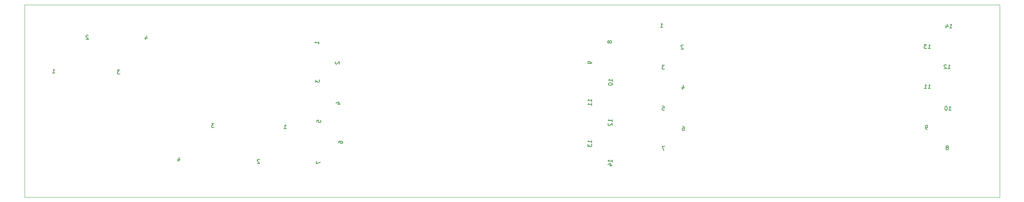
<source format=gbo>
G04 #@! TF.GenerationSoftware,KiCad,Pcbnew,(5.1.2)-2*
G04 #@! TF.CreationDate,2019-07-29T12:19:19-07:00*
G04 #@! TF.ProjectId,Pixel Connector Test Board,50697865-6c20-4436-9f6e-6e6563746f72,rev?*
G04 #@! TF.SameCoordinates,Original*
G04 #@! TF.FileFunction,Legend,Bot*
G04 #@! TF.FilePolarity,Positive*
%FSLAX46Y46*%
G04 Gerber Fmt 4.6, Leading zero omitted, Abs format (unit mm)*
G04 Created by KiCad (PCBNEW (5.1.2)-2) date 2019-07-29 12:19:19*
%MOMM*%
%LPD*%
G04 APERTURE LIST*
%ADD10C,0.150000*%
%ADD11C,0.050000*%
G04 APERTURE END LIST*
D10*
X241090476Y-17852380D02*
X241661904Y-17852380D01*
X241376190Y-17852380D02*
X241376190Y-16852380D01*
X241471428Y-16995238D01*
X241566666Y-17090476D01*
X241661904Y-17138095D01*
X240233333Y-17185714D02*
X240233333Y-17852380D01*
X240471428Y-16804761D02*
X240709523Y-17519047D01*
X240090476Y-17519047D01*
X235790476Y-22952380D02*
X236361904Y-22952380D01*
X236076190Y-22952380D02*
X236076190Y-21952380D01*
X236171428Y-22095238D01*
X236266666Y-22190476D01*
X236361904Y-22238095D01*
X235457142Y-21952380D02*
X234838095Y-21952380D01*
X235171428Y-22333333D01*
X235028571Y-22333333D01*
X234933333Y-22380952D01*
X234885714Y-22428571D01*
X234838095Y-22523809D01*
X234838095Y-22761904D01*
X234885714Y-22857142D01*
X234933333Y-22904761D01*
X235028571Y-22952380D01*
X235314285Y-22952380D01*
X235409523Y-22904761D01*
X235457142Y-22857142D01*
X240690476Y-27952380D02*
X241261904Y-27952380D01*
X240976190Y-27952380D02*
X240976190Y-26952380D01*
X241071428Y-27095238D01*
X241166666Y-27190476D01*
X241261904Y-27238095D01*
X240309523Y-27047619D02*
X240261904Y-27000000D01*
X240166666Y-26952380D01*
X239928571Y-26952380D01*
X239833333Y-27000000D01*
X239785714Y-27047619D01*
X239738095Y-27142857D01*
X239738095Y-27238095D01*
X239785714Y-27380952D01*
X240357142Y-27952380D01*
X239738095Y-27952380D01*
X235790476Y-32852380D02*
X236361904Y-32852380D01*
X236076190Y-32852380D02*
X236076190Y-31852380D01*
X236171428Y-31995238D01*
X236266666Y-32090476D01*
X236361904Y-32138095D01*
X234838095Y-32852380D02*
X235409523Y-32852380D01*
X235123809Y-32852380D02*
X235123809Y-31852380D01*
X235219047Y-31995238D01*
X235314285Y-32090476D01*
X235409523Y-32138095D01*
X240890476Y-38252380D02*
X241461904Y-38252380D01*
X241176190Y-38252380D02*
X241176190Y-37252380D01*
X241271428Y-37395238D01*
X241366666Y-37490476D01*
X241461904Y-37538095D01*
X240271428Y-37252380D02*
X240176190Y-37252380D01*
X240080952Y-37300000D01*
X240033333Y-37347619D01*
X239985714Y-37442857D01*
X239938095Y-37633333D01*
X239938095Y-37871428D01*
X239985714Y-38061904D01*
X240033333Y-38157142D01*
X240080952Y-38204761D01*
X240176190Y-38252380D01*
X240271428Y-38252380D01*
X240366666Y-38204761D01*
X240414285Y-38157142D01*
X240461904Y-38061904D01*
X240509523Y-37871428D01*
X240509523Y-37633333D01*
X240461904Y-37442857D01*
X240414285Y-37347619D01*
X240366666Y-37300000D01*
X240271428Y-37252380D01*
X235590476Y-42952380D02*
X235400000Y-42952380D01*
X235304761Y-42904761D01*
X235257142Y-42857142D01*
X235161904Y-42714285D01*
X235114285Y-42523809D01*
X235114285Y-42142857D01*
X235161904Y-42047619D01*
X235209523Y-42000000D01*
X235304761Y-41952380D01*
X235495238Y-41952380D01*
X235590476Y-42000000D01*
X235638095Y-42047619D01*
X235685714Y-42142857D01*
X235685714Y-42380952D01*
X235638095Y-42476190D01*
X235590476Y-42523809D01*
X235495238Y-42571428D01*
X235304761Y-42571428D01*
X235209523Y-42523809D01*
X235161904Y-42476190D01*
X235114285Y-42380952D01*
X240595238Y-47480952D02*
X240690476Y-47433333D01*
X240738095Y-47385714D01*
X240785714Y-47290476D01*
X240785714Y-47242857D01*
X240738095Y-47147619D01*
X240690476Y-47100000D01*
X240595238Y-47052380D01*
X240404761Y-47052380D01*
X240309523Y-47100000D01*
X240261904Y-47147619D01*
X240214285Y-47242857D01*
X240214285Y-47290476D01*
X240261904Y-47385714D01*
X240309523Y-47433333D01*
X240404761Y-47480952D01*
X240595238Y-47480952D01*
X240690476Y-47528571D01*
X240738095Y-47576190D01*
X240785714Y-47671428D01*
X240785714Y-47861904D01*
X240738095Y-47957142D01*
X240690476Y-48004761D01*
X240595238Y-48052380D01*
X240404761Y-48052380D01*
X240309523Y-48004761D01*
X240261904Y-47957142D01*
X240214285Y-47861904D01*
X240214285Y-47671428D01*
X240261904Y-47576190D01*
X240309523Y-47528571D01*
X240404761Y-47480952D01*
X170633333Y-47252380D02*
X169966666Y-47252380D01*
X170395238Y-48252380D01*
X175009523Y-42252380D02*
X175200000Y-42252380D01*
X175295238Y-42300000D01*
X175342857Y-42347619D01*
X175438095Y-42490476D01*
X175485714Y-42680952D01*
X175485714Y-43061904D01*
X175438095Y-43157142D01*
X175390476Y-43204761D01*
X175295238Y-43252380D01*
X175104761Y-43252380D01*
X175009523Y-43204761D01*
X174961904Y-43157142D01*
X174914285Y-43061904D01*
X174914285Y-42823809D01*
X174961904Y-42728571D01*
X175009523Y-42680952D01*
X175104761Y-42633333D01*
X175295238Y-42633333D01*
X175390476Y-42680952D01*
X175438095Y-42728571D01*
X175485714Y-42823809D01*
X169961904Y-37252380D02*
X170438095Y-37252380D01*
X170485714Y-37728571D01*
X170438095Y-37680952D01*
X170342857Y-37633333D01*
X170104761Y-37633333D01*
X170009523Y-37680952D01*
X169961904Y-37728571D01*
X169914285Y-37823809D01*
X169914285Y-38061904D01*
X169961904Y-38157142D01*
X170009523Y-38204761D01*
X170104761Y-38252380D01*
X170342857Y-38252380D01*
X170438095Y-38204761D01*
X170485714Y-38157142D01*
X174909523Y-32385714D02*
X174909523Y-33052380D01*
X175147619Y-32004761D02*
X175385714Y-32719047D01*
X174766666Y-32719047D01*
X170533333Y-27052380D02*
X169914285Y-27052380D01*
X170247619Y-27433333D01*
X170104761Y-27433333D01*
X170009523Y-27480952D01*
X169961904Y-27528571D01*
X169914285Y-27623809D01*
X169914285Y-27861904D01*
X169961904Y-27957142D01*
X170009523Y-28004761D01*
X170104761Y-28052380D01*
X170390476Y-28052380D01*
X170485714Y-28004761D01*
X170533333Y-27957142D01*
X175185714Y-22147619D02*
X175138095Y-22100000D01*
X175042857Y-22052380D01*
X174804761Y-22052380D01*
X174709523Y-22100000D01*
X174661904Y-22147619D01*
X174614285Y-22242857D01*
X174614285Y-22338095D01*
X174661904Y-22480952D01*
X175233333Y-23052380D01*
X174614285Y-23052380D01*
X169514285Y-17652380D02*
X170085714Y-17652380D01*
X169800000Y-17652380D02*
X169800000Y-16652380D01*
X169895238Y-16795238D01*
X169990476Y-16890476D01*
X170085714Y-16938095D01*
X157552380Y-51109523D02*
X157552380Y-50538095D01*
X157552380Y-50823809D02*
X156552380Y-50823809D01*
X156695238Y-50728571D01*
X156790476Y-50633333D01*
X156838095Y-50538095D01*
X156885714Y-51966666D02*
X157552380Y-51966666D01*
X156504761Y-51728571D02*
X157219047Y-51490476D01*
X157219047Y-52109523D01*
X152552380Y-46309523D02*
X152552380Y-45738095D01*
X152552380Y-46023809D02*
X151552380Y-46023809D01*
X151695238Y-45928571D01*
X151790476Y-45833333D01*
X151838095Y-45738095D01*
X151552380Y-46642857D02*
X151552380Y-47261904D01*
X151933333Y-46928571D01*
X151933333Y-47071428D01*
X151980952Y-47166666D01*
X152028571Y-47214285D01*
X152123809Y-47261904D01*
X152361904Y-47261904D01*
X152457142Y-47214285D01*
X152504761Y-47166666D01*
X152552380Y-47071428D01*
X152552380Y-46785714D01*
X152504761Y-46690476D01*
X152457142Y-46642857D01*
X157552380Y-41109523D02*
X157552380Y-40538095D01*
X157552380Y-40823809D02*
X156552380Y-40823809D01*
X156695238Y-40728571D01*
X156790476Y-40633333D01*
X156838095Y-40538095D01*
X156647619Y-41490476D02*
X156600000Y-41538095D01*
X156552380Y-41633333D01*
X156552380Y-41871428D01*
X156600000Y-41966666D01*
X156647619Y-42014285D01*
X156742857Y-42061904D01*
X156838095Y-42061904D01*
X156980952Y-42014285D01*
X157552380Y-41442857D01*
X157552380Y-42061904D01*
X152552380Y-36109523D02*
X152552380Y-35538095D01*
X152552380Y-35823809D02*
X151552380Y-35823809D01*
X151695238Y-35728571D01*
X151790476Y-35633333D01*
X151838095Y-35538095D01*
X152552380Y-37061904D02*
X152552380Y-36490476D01*
X152552380Y-36776190D02*
X151552380Y-36776190D01*
X151695238Y-36680952D01*
X151790476Y-36585714D01*
X151838095Y-36490476D01*
X157652380Y-31109523D02*
X157652380Y-30538095D01*
X157652380Y-30823809D02*
X156652380Y-30823809D01*
X156795238Y-30728571D01*
X156890476Y-30633333D01*
X156938095Y-30538095D01*
X156652380Y-31728571D02*
X156652380Y-31823809D01*
X156700000Y-31919047D01*
X156747619Y-31966666D01*
X156842857Y-32014285D01*
X157033333Y-32061904D01*
X157271428Y-32061904D01*
X157461904Y-32014285D01*
X157557142Y-31966666D01*
X157604761Y-31919047D01*
X157652380Y-31823809D01*
X157652380Y-31728571D01*
X157604761Y-31633333D01*
X157557142Y-31585714D01*
X157461904Y-31538095D01*
X157271428Y-31490476D01*
X157033333Y-31490476D01*
X156842857Y-31538095D01*
X156747619Y-31585714D01*
X156700000Y-31633333D01*
X156652380Y-31728571D01*
X152552380Y-26209523D02*
X152552380Y-26400000D01*
X152504761Y-26495238D01*
X152457142Y-26542857D01*
X152314285Y-26638095D01*
X152123809Y-26685714D01*
X151742857Y-26685714D01*
X151647619Y-26638095D01*
X151600000Y-26590476D01*
X151552380Y-26495238D01*
X151552380Y-26304761D01*
X151600000Y-26209523D01*
X151647619Y-26161904D01*
X151742857Y-26114285D01*
X151980952Y-26114285D01*
X152076190Y-26161904D01*
X152123809Y-26209523D01*
X152171428Y-26304761D01*
X152171428Y-26495238D01*
X152123809Y-26590476D01*
X152076190Y-26638095D01*
X151980952Y-26685714D01*
X156880952Y-21204761D02*
X156833333Y-21109523D01*
X156785714Y-21061904D01*
X156690476Y-21014285D01*
X156642857Y-21014285D01*
X156547619Y-21061904D01*
X156500000Y-21109523D01*
X156452380Y-21204761D01*
X156452380Y-21395238D01*
X156500000Y-21490476D01*
X156547619Y-21538095D01*
X156642857Y-21585714D01*
X156690476Y-21585714D01*
X156785714Y-21538095D01*
X156833333Y-21490476D01*
X156880952Y-21395238D01*
X156880952Y-21204761D01*
X156928571Y-21109523D01*
X156976190Y-21061904D01*
X157071428Y-21014285D01*
X157261904Y-21014285D01*
X157357142Y-21061904D01*
X157404761Y-21109523D01*
X157452380Y-21204761D01*
X157452380Y-21395238D01*
X157404761Y-21490476D01*
X157357142Y-21538095D01*
X157261904Y-21585714D01*
X157071428Y-21585714D01*
X156976190Y-21538095D01*
X156928571Y-21490476D01*
X156880952Y-21395238D01*
X84952380Y-21785714D02*
X84952380Y-21214285D01*
X84952380Y-21500000D02*
X83952380Y-21500000D01*
X84095238Y-21404761D01*
X84190476Y-21309523D01*
X84238095Y-21214285D01*
X89147619Y-26214285D02*
X89100000Y-26261904D01*
X89052380Y-26357142D01*
X89052380Y-26595238D01*
X89100000Y-26690476D01*
X89147619Y-26738095D01*
X89242857Y-26785714D01*
X89338095Y-26785714D01*
X89480952Y-26738095D01*
X90052380Y-26166666D01*
X90052380Y-26785714D01*
X84152380Y-30666666D02*
X84152380Y-31285714D01*
X84533333Y-30952380D01*
X84533333Y-31095238D01*
X84580952Y-31190476D01*
X84628571Y-31238095D01*
X84723809Y-31285714D01*
X84961904Y-31285714D01*
X85057142Y-31238095D01*
X85104761Y-31190476D01*
X85152380Y-31095238D01*
X85152380Y-30809523D01*
X85104761Y-30714285D01*
X85057142Y-30666666D01*
X89585714Y-36690476D02*
X90252380Y-36690476D01*
X89204761Y-36452380D02*
X89919047Y-36214285D01*
X89919047Y-36833333D01*
X84452380Y-41238095D02*
X84452380Y-40761904D01*
X84928571Y-40714285D01*
X84880952Y-40761904D01*
X84833333Y-40857142D01*
X84833333Y-41095238D01*
X84880952Y-41190476D01*
X84928571Y-41238095D01*
X85023809Y-41285714D01*
X85261904Y-41285714D01*
X85357142Y-41238095D01*
X85404761Y-41190476D01*
X85452380Y-41095238D01*
X85452380Y-40857142D01*
X85404761Y-40761904D01*
X85357142Y-40714285D01*
X89852380Y-46390476D02*
X89852380Y-46200000D01*
X89900000Y-46104761D01*
X89947619Y-46057142D01*
X90090476Y-45961904D01*
X90280952Y-45914285D01*
X90661904Y-45914285D01*
X90757142Y-45961904D01*
X90804761Y-46009523D01*
X90852380Y-46104761D01*
X90852380Y-46295238D01*
X90804761Y-46390476D01*
X90757142Y-46438095D01*
X90661904Y-46485714D01*
X90423809Y-46485714D01*
X90328571Y-46438095D01*
X90280952Y-46390476D01*
X90233333Y-46295238D01*
X90233333Y-46104761D01*
X90280952Y-46009523D01*
X90328571Y-45961904D01*
X90423809Y-45914285D01*
X84352380Y-50866666D02*
X84352380Y-51533333D01*
X85352380Y-51104761D01*
D11*
X253500000Y-59800000D02*
X227500000Y-59800000D01*
X54200000Y-59800000D02*
X227500000Y-59800000D01*
X253500000Y-12100000D02*
X253500000Y-59800000D01*
X54700000Y-12100000D02*
X253500000Y-12100000D01*
X12100000Y-36900000D02*
X12100000Y-59800000D01*
D10*
X50109523Y-50285714D02*
X50109523Y-50952380D01*
X50347619Y-49904761D02*
X50585714Y-50619047D01*
X49966666Y-50619047D01*
X59033333Y-41552380D02*
X58414285Y-41552380D01*
X58747619Y-41933333D01*
X58604761Y-41933333D01*
X58509523Y-41980952D01*
X58461904Y-42028571D01*
X58414285Y-42123809D01*
X58414285Y-42361904D01*
X58461904Y-42457142D01*
X58509523Y-42504761D01*
X58604761Y-42552380D01*
X58890476Y-42552380D01*
X58985714Y-42504761D01*
X59033333Y-42457142D01*
X70285714Y-50547619D02*
X70238095Y-50500000D01*
X70142857Y-50452380D01*
X69904761Y-50452380D01*
X69809523Y-50500000D01*
X69761904Y-50547619D01*
X69714285Y-50642857D01*
X69714285Y-50738095D01*
X69761904Y-50880952D01*
X70333333Y-51452380D01*
X69714285Y-51452380D01*
X76314285Y-42852380D02*
X76885714Y-42852380D01*
X76600000Y-42852380D02*
X76600000Y-41852380D01*
X76695238Y-41995238D01*
X76790476Y-42090476D01*
X76885714Y-42138095D01*
X42009523Y-20085714D02*
X42009523Y-20752380D01*
X42247619Y-19704761D02*
X42485714Y-20419047D01*
X41866666Y-20419047D01*
X27885714Y-19747619D02*
X27838095Y-19700000D01*
X27742857Y-19652380D01*
X27504761Y-19652380D01*
X27409523Y-19700000D01*
X27361904Y-19747619D01*
X27314285Y-19842857D01*
X27314285Y-19938095D01*
X27361904Y-20080952D01*
X27933333Y-20652380D01*
X27314285Y-20652380D01*
X35733333Y-28252380D02*
X35114285Y-28252380D01*
X35447619Y-28633333D01*
X35304761Y-28633333D01*
X35209523Y-28680952D01*
X35161904Y-28728571D01*
X35114285Y-28823809D01*
X35114285Y-29061904D01*
X35161904Y-29157142D01*
X35209523Y-29204761D01*
X35304761Y-29252380D01*
X35590476Y-29252380D01*
X35685714Y-29204761D01*
X35733333Y-29157142D01*
X19014285Y-29052380D02*
X19585714Y-29052380D01*
X19300000Y-29052380D02*
X19300000Y-28052380D01*
X19395238Y-28195238D01*
X19490476Y-28290476D01*
X19585714Y-28338095D01*
D11*
X12100000Y-12100000D02*
X54700000Y-12100000D01*
X12100000Y-59800000D02*
X54200000Y-59800000D01*
X12100000Y-12100000D02*
X12100000Y-36900000D01*
M02*

</source>
